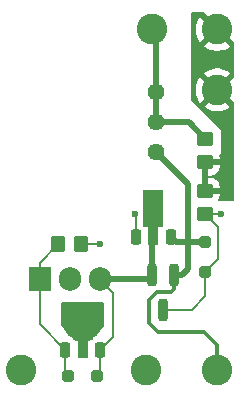
<source format=gbr>
%TF.GenerationSoftware,KiCad,Pcbnew,9.0.0*%
%TF.CreationDate,2025-02-28T18:37:17+01:00*%
%TF.ProjectId,C-Audio HV-CCS,432d4175-6469-46f2-9048-562d4343532e,rev?*%
%TF.SameCoordinates,Original*%
%TF.FileFunction,Copper,L1,Top*%
%TF.FilePolarity,Positive*%
%FSLAX46Y46*%
G04 Gerber Fmt 4.6, Leading zero omitted, Abs format (unit mm)*
G04 Created by KiCad (PCBNEW 9.0.0) date 2025-02-28 18:37:17*
%MOMM*%
%LPD*%
G01*
G04 APERTURE LIST*
G04 Aperture macros list*
%AMRoundRect*
0 Rectangle with rounded corners*
0 $1 Rounding radius*
0 $2 $3 $4 $5 $6 $7 $8 $9 X,Y pos of 4 corners*
0 Add a 4 corners polygon primitive as box body*
4,1,4,$2,$3,$4,$5,$6,$7,$8,$9,$2,$3,0*
0 Add four circle primitives for the rounded corners*
1,1,$1+$1,$2,$3*
1,1,$1+$1,$4,$5*
1,1,$1+$1,$6,$7*
1,1,$1+$1,$8,$9*
0 Add four rect primitives between the rounded corners*
20,1,$1+$1,$2,$3,$4,$5,0*
20,1,$1+$1,$4,$5,$6,$7,0*
20,1,$1+$1,$6,$7,$8,$9,0*
20,1,$1+$1,$8,$9,$2,$3,0*%
%AMFreePoly0*
4,1,9,3.862500,-0.866500,0.737500,-0.866500,0.737500,-0.450000,-0.737500,-0.450000,-0.737500,0.450000,0.737500,0.450000,0.737500,0.866500,3.862500,0.866500,3.862500,-0.866500,3.862500,-0.866500,$1*%
G04 Aperture macros list end*
%TA.AperFunction,ComponentPad*%
%ADD10C,1.440000*%
%TD*%
%TA.AperFunction,SMDPad,CuDef*%
%ADD11RoundRect,0.250000X0.450000X-0.350000X0.450000X0.350000X-0.450000X0.350000X-0.450000X-0.350000X0*%
%TD*%
%TA.AperFunction,SMDPad,CuDef*%
%ADD12RoundRect,0.200000X-0.200000X0.750000X-0.200000X-0.750000X0.200000X-0.750000X0.200000X0.750000X0*%
%TD*%
%TA.AperFunction,ComponentPad*%
%ADD13C,2.600000*%
%TD*%
%TA.AperFunction,SMDPad,CuDef*%
%ADD14RoundRect,0.250000X-0.250000X0.250000X-0.250000X-0.250000X0.250000X-0.250000X0.250000X0.250000X0*%
%TD*%
%TA.AperFunction,SMDPad,CuDef*%
%ADD15RoundRect,0.250000X-0.350000X-0.450000X0.350000X-0.450000X0.350000X0.450000X-0.350000X0.450000X0*%
%TD*%
%TA.AperFunction,SMDPad,CuDef*%
%ADD16RoundRect,0.225000X0.225000X-0.425000X0.225000X0.425000X-0.225000X0.425000X-0.225000X-0.425000X0*%
%TD*%
%TA.AperFunction,SMDPad,CuDef*%
%ADD17FreePoly0,90.000000*%
%TD*%
%TA.AperFunction,SMDPad,CuDef*%
%ADD18RoundRect,0.250000X-0.450000X0.350000X-0.450000X-0.350000X0.450000X-0.350000X0.450000X0.350000X0*%
%TD*%
%TA.AperFunction,SMDPad,CuDef*%
%ADD19RoundRect,0.250000X0.250000X0.250000X-0.250000X0.250000X-0.250000X-0.250000X0.250000X-0.250000X0*%
%TD*%
%TA.AperFunction,ComponentPad*%
%ADD20R,1.905000X2.000000*%
%TD*%
%TA.AperFunction,ComponentPad*%
%ADD21O,1.905000X2.000000*%
%TD*%
%TA.AperFunction,ViaPad*%
%ADD22C,0.600000*%
%TD*%
%TA.AperFunction,Conductor*%
%ADD23C,0.200000*%
%TD*%
%TA.AperFunction,Conductor*%
%ADD24C,0.500000*%
%TD*%
%TA.AperFunction,Conductor*%
%ADD25C,0.300000*%
%TD*%
G04 APERTURE END LIST*
D10*
%TO.P,RV1,1,1*%
%TO.N,/Mu-Follower_out*%
X149800000Y-97750000D03*
%TO.P,RV1,2,2*%
%TO.N,/V-Set*%
X149800000Y-95210000D03*
%TO.P,RV1,3,3*%
X149800000Y-92670001D03*
%TD*%
D11*
%TO.P,R2,1*%
%TO.N,Net-(D1-A2)*%
X154000000Y-103000000D03*
%TO.P,R2,2*%
%TO.N,VSS*%
X154000000Y-101000000D03*
%TD*%
D12*
%TO.P,Q5,1,S*%
%TO.N,/Mu-Follower_out*%
X151350000Y-108100000D03*
%TO.P,Q5,2,D*%
%TO.N,Net-(D2-A1)*%
X149450000Y-108100000D03*
%TO.P,Q5,3,G*%
%TO.N,Net-(D1-A2)*%
X150400000Y-111100000D03*
%TD*%
D13*
%TO.P,J5,1,Pin_1*%
%TO.N,VSS*%
X155000000Y-87350000D03*
%TD*%
D14*
%TO.P,D1,1,A1*%
%TO.N,/Mu-Follower_out*%
X154000000Y-105350001D03*
%TO.P,D1,2,A2*%
%TO.N,Net-(D1-A2)*%
X154000000Y-107849999D03*
%TD*%
D15*
%TO.P,R1,1*%
%TO.N,Net-(D2-A2)*%
X141500000Y-105550000D03*
%TO.P,R1,2*%
%TO.N,/Mu-Follower_out*%
X143500000Y-105550000D03*
%TD*%
D13*
%TO.P,J6,1,Pin_1*%
%TO.N,VDD*%
X149000000Y-116200000D03*
%TD*%
%TO.P,J1,1,Pin_1*%
%TO.N,VDD*%
X138400000Y-116200000D03*
%TD*%
%TO.P,J3,1,Pin_1*%
%TO.N,VSS*%
X155000000Y-92450000D03*
%TD*%
D16*
%TO.P,Q1,1,G*%
%TO.N,Net-(D2-A2)*%
X142100000Y-114450000D03*
D17*
%TO.P,Q1,2,D*%
%TO.N,VDD*%
X143600000Y-114362499D03*
D16*
%TO.P,Q1,3,S*%
%TO.N,Net-(D2-A1)*%
X145100000Y-114450000D03*
%TD*%
D13*
%TO.P,J4,1,Pin_1*%
%TO.N,/V-Set*%
X149450000Y-87350000D03*
%TD*%
%TO.P,J2,1,Pin_1*%
%TO.N,/Mu-Follower_out*%
X155000000Y-116200000D03*
%TD*%
D18*
%TO.P,R3,1*%
%TO.N,/V-Set*%
X154000000Y-96600000D03*
%TO.P,R3,2*%
%TO.N,VSS*%
X154000000Y-98600000D03*
%TD*%
D19*
%TO.P,D2,1,A1*%
%TO.N,Net-(D2-A1)*%
X144849999Y-116700000D03*
%TO.P,D2,2,A2*%
%TO.N,Net-(D2-A2)*%
X142350001Y-116700000D03*
%TD*%
D16*
%TO.P,Q3,1,G*%
%TO.N,Net-(D1-A2)*%
X148100000Y-104950000D03*
D17*
%TO.P,Q3,2,D*%
%TO.N,Net-(D2-A1)*%
X149600000Y-104862499D03*
D16*
%TO.P,Q3,3,S*%
%TO.N,/Mu-Follower_out*%
X151100000Y-104950000D03*
%TD*%
D20*
%TO.P,Q2,1,G*%
%TO.N,Net-(D2-A2)*%
X139960000Y-108500000D03*
D21*
%TO.P,Q2,2,D*%
%TO.N,VDD*%
X142500000Y-108500000D03*
%TO.P,Q2,3,S*%
%TO.N,Net-(D2-A1)*%
X145039999Y-108500000D03*
%TD*%
D22*
%TO.N,/Mu-Follower_out*%
X152500000Y-105550000D03*
X145100000Y-105550000D03*
%TO.N,Net-(D1-A2)*%
X155300000Y-103000000D03*
X148000000Y-103000000D03*
%TO.N,VDD*%
X144900000Y-110900000D03*
X142300000Y-110900000D03*
%TD*%
D23*
%TO.N,/Mu-Follower_out*%
X143500000Y-105550000D02*
X145100000Y-105550000D01*
D24*
X152500000Y-105350001D02*
X151500001Y-105350001D01*
D25*
X155000000Y-116200000D02*
X155000000Y-114100000D01*
D24*
X152000000Y-108100000D02*
X151350000Y-108100000D01*
X152500000Y-105350001D02*
X152500000Y-107600000D01*
D25*
X151101000Y-109599000D02*
X151350000Y-109350000D01*
X151350000Y-109350000D02*
X151350000Y-108100000D01*
D24*
X152500000Y-105350001D02*
X152500000Y-100450000D01*
X152500000Y-107600000D02*
X152000000Y-108100000D01*
D25*
X149883384Y-109599000D02*
X151101000Y-109599000D01*
D24*
X152500000Y-100450000D02*
X149800000Y-97750000D01*
D25*
X155000000Y-114100000D02*
X153900000Y-113000000D01*
X149200000Y-110282384D02*
X149883384Y-109599000D01*
X149200000Y-112200000D02*
X149200000Y-110282384D01*
D24*
X151500001Y-105350001D02*
X151100000Y-104950000D01*
D25*
X153900000Y-113000000D02*
X150000000Y-113000000D01*
D24*
X154000000Y-105350001D02*
X152500000Y-105350001D01*
D25*
X150000000Y-113000000D02*
X149200000Y-112200000D01*
D23*
%TO.N,VSS*%
X154200000Y-99800000D02*
X154700000Y-99800000D01*
%TO.N,Net-(D1-A2)*%
X155300000Y-103000000D02*
X154000000Y-103000000D01*
X155101000Y-104101000D02*
X154000000Y-103000000D01*
X150400000Y-111100000D02*
X152850000Y-111100000D01*
X148100000Y-103100000D02*
X148000000Y-103000000D01*
X154000000Y-107849999D02*
X155101000Y-106748999D01*
X154000000Y-109950000D02*
X154000000Y-107849999D01*
X155101000Y-106748999D02*
X155101000Y-104101000D01*
X152850000Y-111100000D02*
X154000000Y-109950000D01*
X148100000Y-104950000D02*
X148100000Y-103100000D01*
%TO.N,Net-(D2-A2)*%
X139960000Y-112310000D02*
X139960000Y-108500000D01*
X142100000Y-114450000D02*
X142100000Y-116449999D01*
X139960000Y-108500000D02*
X139960000Y-107090000D01*
X142100000Y-116449999D02*
X142350001Y-116700000D01*
X139960000Y-107090000D02*
X141500000Y-105550000D01*
X142100000Y-114450000D02*
X139960000Y-112310000D01*
%TO.N,Net-(D2-A1)*%
X145100000Y-114450000D02*
X145100000Y-116449999D01*
X146200000Y-109660001D02*
X145039999Y-108500000D01*
D24*
X149050000Y-108500000D02*
X149450000Y-108100000D01*
D23*
X145100000Y-116449999D02*
X144849999Y-116700000D01*
D24*
X149450000Y-105012499D02*
X149600000Y-104862499D01*
X145039999Y-108500000D02*
X149050000Y-108500000D01*
X149450000Y-108100000D02*
X149450000Y-105012499D01*
D23*
X146200000Y-113350000D02*
X146200000Y-109660001D01*
X145100000Y-114450000D02*
X146200000Y-113350000D01*
D24*
%TO.N,/V-Set*%
X149800000Y-95210000D02*
X152610000Y-95210000D01*
X149800000Y-87700000D02*
X149450000Y-87350000D01*
X149800000Y-95210000D02*
X149800000Y-92670001D01*
X152610000Y-95210000D02*
X154000000Y-96600000D01*
X149800000Y-92670001D02*
X149800000Y-87700000D01*
%TD*%
%TA.AperFunction,Conductor*%
%TO.N,VSS*%
G36*
X153919731Y-85920185D02*
G01*
X153940373Y-85936819D01*
X154752512Y-86748958D01*
X154692110Y-86773978D01*
X154585649Y-86845112D01*
X154495112Y-86935649D01*
X154423978Y-87042110D01*
X154398958Y-87102512D01*
X153562721Y-86266275D01*
X153562720Y-86266275D01*
X153500150Y-86347818D01*
X153500144Y-86347828D01*
X153382165Y-86552171D01*
X153382160Y-86552180D01*
X153291870Y-86770162D01*
X153230799Y-86998085D01*
X153200000Y-87232014D01*
X153200000Y-87467985D01*
X153230799Y-87701914D01*
X153291870Y-87929837D01*
X153382160Y-88147819D01*
X153382165Y-88147828D01*
X153500144Y-88352171D01*
X153500145Y-88352172D01*
X153562721Y-88433723D01*
X154398958Y-87597487D01*
X154423978Y-87657890D01*
X154495112Y-87764351D01*
X154585649Y-87854888D01*
X154692110Y-87926022D01*
X154752511Y-87951041D01*
X153916275Y-88787277D01*
X153997827Y-88849854D01*
X153997828Y-88849855D01*
X154202171Y-88967834D01*
X154202180Y-88967839D01*
X154420163Y-89058129D01*
X154420161Y-89058129D01*
X154648085Y-89119200D01*
X154882014Y-89149999D01*
X154882029Y-89150000D01*
X155117971Y-89150000D01*
X155117985Y-89149999D01*
X155351914Y-89119200D01*
X155579837Y-89058129D01*
X155797819Y-88967839D01*
X155797828Y-88967834D01*
X156002181Y-88849850D01*
X156083723Y-88787279D01*
X156083723Y-88787276D01*
X155247487Y-87951041D01*
X155307890Y-87926022D01*
X155414351Y-87854888D01*
X155504888Y-87764351D01*
X155576022Y-87657890D01*
X155601041Y-87597488D01*
X156413935Y-88410382D01*
X156447420Y-88471705D01*
X156450254Y-88498066D01*
X156450182Y-91302010D01*
X156430496Y-91369049D01*
X156413863Y-91389688D01*
X155601041Y-92202510D01*
X155576022Y-92142110D01*
X155504888Y-92035649D01*
X155414351Y-91945112D01*
X155307890Y-91873978D01*
X155247488Y-91848958D01*
X156083723Y-91012721D01*
X156002172Y-90950145D01*
X156002171Y-90950144D01*
X155797828Y-90832165D01*
X155797819Y-90832160D01*
X155579836Y-90741870D01*
X155579838Y-90741870D01*
X155351914Y-90680799D01*
X155117985Y-90650000D01*
X154882014Y-90650000D01*
X154648085Y-90680799D01*
X154420162Y-90741870D01*
X154202180Y-90832160D01*
X154202171Y-90832165D01*
X153997828Y-90950144D01*
X153997818Y-90950150D01*
X153916275Y-91012720D01*
X153916275Y-91012721D01*
X154752512Y-91848958D01*
X154692110Y-91873978D01*
X154585649Y-91945112D01*
X154495112Y-92035649D01*
X154423978Y-92142110D01*
X154398958Y-92202512D01*
X153562721Y-91366275D01*
X153562720Y-91366275D01*
X153500150Y-91447818D01*
X153500144Y-91447828D01*
X153382165Y-91652171D01*
X153382160Y-91652180D01*
X153291870Y-91870162D01*
X153230799Y-92098085D01*
X153200000Y-92332014D01*
X153200000Y-92567985D01*
X153230799Y-92801914D01*
X153291870Y-93029837D01*
X153382160Y-93247819D01*
X153382165Y-93247828D01*
X153500144Y-93452171D01*
X153500145Y-93452172D01*
X153562721Y-93533723D01*
X154398958Y-92697487D01*
X154423978Y-92757890D01*
X154495112Y-92864351D01*
X154585649Y-92954888D01*
X154692110Y-93026022D01*
X154752511Y-93051041D01*
X153916275Y-93887277D01*
X153997827Y-93949854D01*
X153997828Y-93949855D01*
X154202171Y-94067834D01*
X154202180Y-94067839D01*
X154420163Y-94158129D01*
X154420161Y-94158129D01*
X154648085Y-94219200D01*
X154882014Y-94249999D01*
X154882029Y-94250000D01*
X155117971Y-94250000D01*
X155117985Y-94249999D01*
X155351914Y-94219200D01*
X155579837Y-94158129D01*
X155797819Y-94067839D01*
X155797828Y-94067834D01*
X156002181Y-93949850D01*
X156083723Y-93887279D01*
X156083723Y-93887276D01*
X155247487Y-93051041D01*
X155307890Y-93026022D01*
X155414351Y-92954888D01*
X155504888Y-92864351D01*
X155576022Y-92757890D01*
X155601041Y-92697488D01*
X156413802Y-93510249D01*
X156447287Y-93571572D01*
X156450121Y-93597933D01*
X156449910Y-101776003D01*
X156430224Y-101843042D01*
X156377419Y-101888796D01*
X156325910Y-101900000D01*
X155214126Y-101900000D01*
X155147087Y-101880315D01*
X155101332Y-101827511D01*
X155091388Y-101758353D01*
X155108587Y-101710904D01*
X155134354Y-101669128D01*
X155134358Y-101669119D01*
X155189505Y-101502697D01*
X155189506Y-101502690D01*
X155199999Y-101399986D01*
X155200000Y-101399973D01*
X155200000Y-101250000D01*
X154124000Y-101250000D01*
X154056961Y-101230315D01*
X154011206Y-101177511D01*
X154000000Y-101126000D01*
X154000000Y-101000000D01*
X153874000Y-101000000D01*
X153806961Y-100980315D01*
X153761206Y-100927511D01*
X153750000Y-100876000D01*
X153750000Y-99899999D01*
X153737681Y-99887680D01*
X153704196Y-99826357D01*
X153709180Y-99756665D01*
X153737681Y-99712318D01*
X153750000Y-99699999D01*
X154250000Y-99699999D01*
X154262319Y-99712318D01*
X154295804Y-99773641D01*
X154290820Y-99843333D01*
X154262320Y-99887679D01*
X154250000Y-99899999D01*
X154250000Y-100750000D01*
X155199999Y-100750000D01*
X155199999Y-100600028D01*
X155199998Y-100600013D01*
X155189505Y-100497302D01*
X155134358Y-100330880D01*
X155134356Y-100330875D01*
X155042315Y-100181654D01*
X154918345Y-100057684D01*
X154769124Y-99965643D01*
X154769119Y-99965641D01*
X154624460Y-99917706D01*
X154567015Y-99877933D01*
X154540192Y-99813417D01*
X154552507Y-99744642D01*
X154600050Y-99693442D01*
X154624460Y-99682294D01*
X154769119Y-99634358D01*
X154769124Y-99634356D01*
X154918345Y-99542315D01*
X155042315Y-99418345D01*
X155134356Y-99269124D01*
X155134358Y-99269119D01*
X155189505Y-99102697D01*
X155189506Y-99102690D01*
X155199999Y-98999986D01*
X155200000Y-98999973D01*
X155200000Y-98850000D01*
X154250000Y-98850000D01*
X154250000Y-99699999D01*
X153750000Y-99699999D01*
X153750000Y-98724000D01*
X153769685Y-98656961D01*
X153822489Y-98611206D01*
X153874000Y-98600000D01*
X154000000Y-98600000D01*
X154000000Y-98474000D01*
X154019685Y-98406961D01*
X154072489Y-98361206D01*
X154124000Y-98350000D01*
X155199999Y-98350000D01*
X155199999Y-98200028D01*
X155199998Y-98200013D01*
X155189506Y-98097304D01*
X155178140Y-98063005D01*
X155175738Y-97993177D01*
X155211469Y-97933134D01*
X155273989Y-97901941D01*
X155295846Y-97900000D01*
X155300000Y-97900000D01*
X155300000Y-95900001D01*
X155299999Y-95899999D01*
X153330509Y-93926927D01*
X152836239Y-93431758D01*
X152802810Y-93370404D01*
X152800000Y-93344156D01*
X152800000Y-86024500D01*
X152819685Y-85957461D01*
X152872489Y-85911706D01*
X152924000Y-85900500D01*
X153852692Y-85900500D01*
X153919731Y-85920185D01*
G37*
%TD.AperFunction*%
%TD*%
%TA.AperFunction,Conductor*%
%TO.N,VDD*%
G36*
X145343039Y-110419685D02*
G01*
X145388794Y-110472489D01*
X145400000Y-110524000D01*
X145400000Y-112361265D01*
X145380315Y-112428304D01*
X145377952Y-112431847D01*
X144805674Y-113258469D01*
X144751330Y-113302384D01*
X144729690Y-113309137D01*
X144727298Y-113309649D01*
X144566307Y-113362995D01*
X144566294Y-113363001D01*
X144421959Y-113452029D01*
X144421955Y-113452032D01*
X144302033Y-113571954D01*
X144302032Y-113571956D01*
X144259383Y-113641099D01*
X144207438Y-113687821D01*
X144153847Y-113700000D01*
X143046153Y-113700000D01*
X142979114Y-113680315D01*
X142940616Y-113641099D01*
X142897968Y-113571956D01*
X142778044Y-113452032D01*
X142778040Y-113452029D01*
X142633705Y-113363001D01*
X142633698Y-113362998D01*
X142633697Y-113362997D01*
X142633694Y-113362996D01*
X142633692Y-113362995D01*
X142472702Y-113309649D01*
X142470301Y-113309135D01*
X142468965Y-113308411D01*
X142466282Y-113307522D01*
X142466440Y-113307042D01*
X142408872Y-113275844D01*
X142394324Y-113258468D01*
X141822048Y-112431847D01*
X141800073Y-112365523D01*
X141800000Y-112361265D01*
X141800000Y-110524000D01*
X141819685Y-110456961D01*
X141872489Y-110411206D01*
X141924000Y-110400000D01*
X145276000Y-110400000D01*
X145343039Y-110419685D01*
G37*
%TD.AperFunction*%
%TD*%
M02*

</source>
